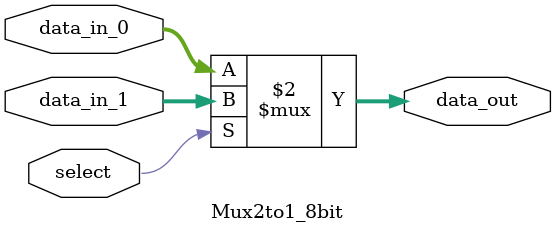
<source format=v>
`timescale 1 ns / 1 ps

module Mux2to1_8bit (
  input wire [7:0] data_in_0,
  input wire [7:0] data_in_1,
  input wire select,
  output wire [7:0] data_out
);
assign data_out = (select == 1'b0) ? data_in_0 : data_in_1;	  

endmodule

</source>
